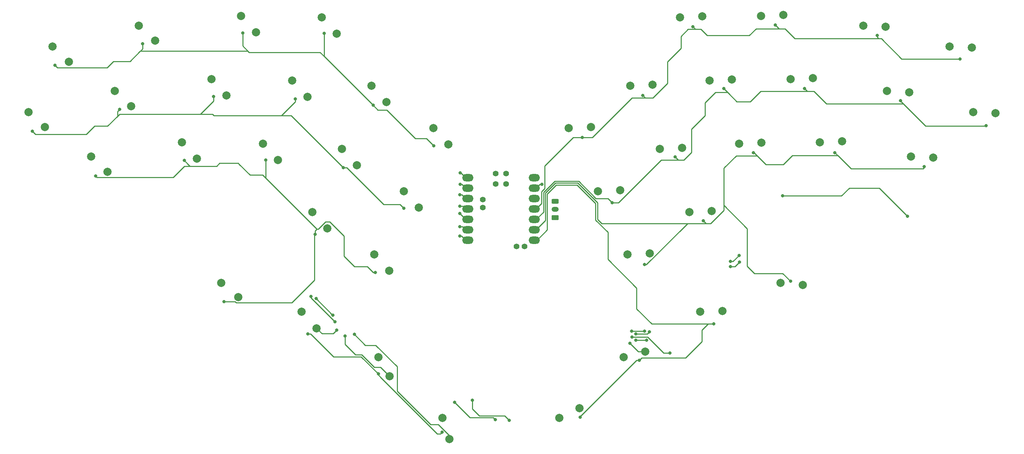
<source format=gtl>
%TF.GenerationSoftware,KiCad,Pcbnew,6.0.11-3.fc36*%
%TF.CreationDate,2023-03-08T22:01:10-05:00*%
%TF.ProjectId,moth,6d6f7468-2e6b-4696-9361-645f70636258,v1.0.0*%
%TF.SameCoordinates,Original*%
%TF.FileFunction,Copper,L1,Top*%
%TF.FilePolarity,Positive*%
%FSLAX46Y46*%
G04 Gerber Fmt 4.6, Leading zero omitted, Abs format (unit mm)*
G04 Created by KiCad (PCBNEW 6.0.11-3.fc36) date 2023-03-08 22:01:10*
%MOMM*%
%LPD*%
G01*
G04 APERTURE LIST*
G04 Aperture macros list*
%AMRoundRect*
0 Rectangle with rounded corners*
0 $1 Rounding radius*
0 $2 $3 $4 $5 $6 $7 $8 $9 X,Y pos of 4 corners*
0 Add a 4 corners polygon primitive as box body*
4,1,4,$2,$3,$4,$5,$6,$7,$8,$9,$2,$3,0*
0 Add four circle primitives for the rounded corners*
1,1,$1+$1,$2,$3*
1,1,$1+$1,$4,$5*
1,1,$1+$1,$6,$7*
1,1,$1+$1,$8,$9*
0 Add four rect primitives between the rounded corners*
20,1,$1+$1,$2,$3,$4,$5,0*
20,1,$1+$1,$4,$5,$6,$7,0*
20,1,$1+$1,$6,$7,$8,$9,0*
20,1,$1+$1,$8,$9,$2,$3,0*%
G04 Aperture macros list end*
%TA.AperFunction,ComponentPad*%
%ADD10RoundRect,0.250000X0.625000X-0.350000X0.625000X0.350000X-0.625000X0.350000X-0.625000X-0.350000X0*%
%TD*%
%TA.AperFunction,ComponentPad*%
%ADD11O,1.750000X1.200000*%
%TD*%
%TA.AperFunction,ComponentPad*%
%ADD12RoundRect,0.300000X0.575000X-0.300000X0.575000X0.300000X-0.575000X0.300000X-0.575000X-0.300000X0*%
%TD*%
%TA.AperFunction,ComponentPad*%
%ADD13C,2.000000*%
%TD*%
%TA.AperFunction,SMDPad,CuDef*%
%ADD14O,2.750000X1.800000*%
%TD*%
%TA.AperFunction,ComponentPad*%
%ADD15C,1.397000*%
%TD*%
%TA.AperFunction,ViaPad*%
%ADD16C,0.800000*%
%TD*%
%TA.AperFunction,Conductor*%
%ADD17C,0.254000*%
%TD*%
G04 APERTURE END LIST*
D10*
X216431000Y-147415000D03*
D11*
X216431000Y-145415000D03*
D12*
X216431000Y-143415000D03*
D13*
X246791521Y-98556577D03*
X252210559Y-98346732D03*
X171695837Y-115226784D03*
X175339877Y-119243122D03*
X302996424Y-132536174D03*
X308413130Y-132799427D03*
X154661783Y-170386684D03*
X158305823Y-174403022D03*
X94013553Y-105706574D03*
X97993774Y-109390029D03*
X318200790Y-121681348D03*
X323617496Y-121944601D03*
X152423969Y-113963810D03*
X156068009Y-117980148D03*
D14*
X195105040Y-137668000D03*
X195105040Y-140208000D03*
X195105040Y-142748000D03*
X195105040Y-145288000D03*
X195105040Y-147828000D03*
X195105040Y-150368000D03*
X195105040Y-152908000D03*
X211294960Y-152908000D03*
X211294960Y-150368000D03*
X211294960Y-147828000D03*
X211294960Y-145288000D03*
X211294960Y-142748000D03*
X211294960Y-140208000D03*
X211294960Y-137668000D03*
D15*
X201930000Y-136716000D03*
X204470000Y-136716000D03*
X201930000Y-139256000D03*
X204470000Y-139256000D03*
X198755000Y-144971000D03*
X198755000Y-143066000D03*
X207010000Y-154496000D03*
X208915000Y-154496000D03*
D13*
X297182081Y-116561399D03*
X302598787Y-116824652D03*
X188976269Y-196297900D03*
X190671674Y-201449172D03*
X253976032Y-113963810D03*
X259395070Y-113753965D03*
X219658478Y-125552836D03*
X225077516Y-125342991D03*
X172372502Y-156367301D03*
X176016542Y-160383639D03*
X233035968Y-181453404D03*
X238292957Y-180121464D03*
X179557012Y-140960068D03*
X183201052Y-144976406D03*
X109217919Y-116561399D03*
X113198140Y-120244854D03*
X135117211Y-163332542D03*
X139284754Y-166802640D03*
X234027499Y-156367301D03*
X239446537Y-156157456D03*
X291367739Y-100586625D03*
X296784445Y-100849878D03*
X251738218Y-170386684D03*
X257157256Y-170176839D03*
X159608479Y-98556577D03*
X163252519Y-102572915D03*
X132729483Y-113607143D03*
X136373523Y-117623481D03*
X280855028Y-129014375D03*
X286274066Y-128804530D03*
X164511327Y-130634016D03*
X168155367Y-134650354D03*
X234704164Y-115226784D03*
X240123202Y-115016939D03*
X139913993Y-98199911D03*
X143558033Y-102216249D03*
X186741522Y-125552836D03*
X190385562Y-129569174D03*
X145239459Y-129371042D03*
X148883499Y-133387380D03*
X312386448Y-105706574D03*
X317803154Y-105969827D03*
X173364033Y-181453404D03*
X176093399Y-186139614D03*
X125544972Y-129014375D03*
X129189012Y-133030713D03*
X273670518Y-113607143D03*
X279089556Y-113397298D03*
X266486008Y-98199911D03*
X271905046Y-97990066D03*
X157326816Y-146041249D03*
X160970856Y-150057587D03*
X271282790Y-163332542D03*
X276678294Y-163878923D03*
X241888674Y-130634016D03*
X247307712Y-130424171D03*
X115032262Y-100586625D03*
X119012483Y-104270080D03*
X249073184Y-146041249D03*
X254492222Y-145831404D03*
X226842989Y-140960068D03*
X232262027Y-140750223D03*
X103403577Y-132536174D03*
X107383798Y-136219629D03*
X217423732Y-196297900D03*
X222288918Y-193902076D03*
X88199210Y-121681348D03*
X92179431Y-125364803D03*
X261160542Y-129371042D03*
X266579580Y-129161197D03*
D16*
X213141500Y-139319000D03*
X110363000Y-121031000D03*
X164846000Y-135255000D03*
X153162000Y-118491000D03*
X133223000Y-117856000D03*
X89154000Y-126365000D03*
X179578000Y-145161000D03*
X193169188Y-146428812D03*
X115951000Y-105029000D03*
X186817000Y-129921000D03*
X172085000Y-120015000D03*
X140335000Y-102362000D03*
X160147000Y-102489000D03*
X193167000Y-144653000D03*
X94615000Y-110236000D03*
X172593000Y-160782000D03*
X157988000Y-151511000D03*
X126111000Y-133477000D03*
X135763000Y-167894000D03*
X104521000Y-137287000D03*
X145923000Y-133350000D03*
X193167000Y-149606000D03*
X222504000Y-196088000D03*
X188849000Y-199771000D03*
X255016000Y-173355000D03*
X173355000Y-185547000D03*
X156210000Y-175768000D03*
X236855000Y-182245000D03*
X245618000Y-132588000D03*
X300482000Y-118872000D03*
X230251000Y-143764000D03*
X257429000Y-115951000D03*
X321310000Y-124968000D03*
X277114000Y-115951000D03*
X237744000Y-117602000D03*
X314960000Y-108712000D03*
X270002000Y-100457000D03*
X294767000Y-102997000D03*
X249936000Y-100838000D03*
X223012000Y-127889000D03*
X273685000Y-162941000D03*
X252476000Y-148209000D03*
X284480000Y-131572000D03*
X306197000Y-135001000D03*
X264668000Y-131572000D03*
X238125000Y-158877000D03*
X302133000Y-147066000D03*
X193167000Y-151892000D03*
X235099633Y-176565500D03*
X244348000Y-180467000D03*
X271780000Y-142113000D03*
X163220627Y-174879000D03*
X236001500Y-175803500D03*
X239359500Y-175260000D03*
X165227000Y-176337385D03*
X261288608Y-158257478D03*
X259080000Y-159385000D03*
X238125000Y-175077000D03*
X167513000Y-175883385D03*
X259080000Y-158115000D03*
X235047669Y-175077000D03*
X261149500Y-156654500D03*
X236001500Y-177292000D03*
X238633000Y-177292000D03*
X156984766Y-166611234D03*
X193294000Y-136525000D03*
X162814000Y-172847000D03*
X234569000Y-178054000D03*
X162312627Y-171241913D03*
X193294000Y-139319000D03*
X158184214Y-167189786D03*
X193167000Y-141859000D03*
X205232000Y-196850000D03*
X196215000Y-191986500D03*
X201803000Y-196723000D03*
X191897000Y-192440500D03*
D17*
X213141500Y-139319000D02*
X212658960Y-139319000D01*
X212658960Y-139319000D02*
X211769960Y-140208000D01*
X223012000Y-127889000D02*
X220761786Y-127889000D01*
X213868000Y-140313843D02*
X213106000Y-141075843D01*
X220761786Y-127889000D02*
X213868000Y-134782786D01*
X213868000Y-134782786D02*
X213868000Y-140313843D01*
X213106000Y-141075843D02*
X213106000Y-143951960D01*
X213106000Y-143951960D02*
X211769960Y-145288000D01*
X230251000Y-143764000D02*
X229235000Y-142748000D01*
X229235000Y-142748000D02*
X226321052Y-142748000D01*
X226321052Y-142748000D02*
X222111052Y-138538000D01*
X213560000Y-146037960D02*
X211769960Y-147828000D01*
X222111052Y-138538000D02*
X216285895Y-138538000D01*
X213560000Y-141263896D02*
X213560000Y-146037960D01*
X216285895Y-138538000D02*
X213560000Y-141263896D01*
X211769960Y-150368000D02*
X214014000Y-148123960D01*
X214014000Y-148123960D02*
X214014000Y-141451948D01*
X214014000Y-141451948D02*
X216473948Y-138992000D01*
X221923001Y-138992000D02*
X226695000Y-143764000D01*
X216473948Y-138992000D02*
X221923001Y-138992000D01*
X226695000Y-143764000D02*
X226695000Y-147828000D01*
X226695000Y-147828000D02*
X227711000Y-148844000D01*
X227711000Y-148844000D02*
X248636655Y-148844000D01*
X211769960Y-152908000D02*
X211963000Y-152908000D01*
X239903000Y-173355000D02*
X253667586Y-173355000D01*
X211963000Y-152908000D02*
X214468000Y-150403000D01*
X214468000Y-141640000D02*
X216662000Y-139446000D01*
X221734948Y-139446000D02*
X226241000Y-143952052D01*
X236220000Y-164592000D02*
X236220000Y-169672000D01*
X214468000Y-150403000D02*
X214468000Y-141640000D01*
X229235000Y-151010052D02*
X229235000Y-157607000D01*
X229235000Y-157607000D02*
X236220000Y-164592000D01*
X216662000Y-139446000D02*
X221734948Y-139446000D01*
X226241000Y-148016052D02*
X229235000Y-151010052D01*
X226241000Y-143952052D02*
X226241000Y-148016052D01*
X236220000Y-169672000D02*
X239903000Y-173355000D01*
X110370762Y-122166238D02*
X130055762Y-122166238D01*
X133350000Y-122555000D02*
X149733000Y-122555000D01*
X102235000Y-127127000D02*
X104267000Y-125095000D01*
X193169188Y-146428812D02*
X193230852Y-146428812D01*
X89154000Y-126365000D02*
X89916000Y-127127000D01*
X130055762Y-122166238D02*
X132961238Y-122166238D01*
X149733000Y-122555000D02*
X153162000Y-119126000D01*
X178643283Y-144226283D02*
X179578000Y-145161000D01*
X130055762Y-122166238D02*
X132461000Y-119761000D01*
X153162000Y-119126000D02*
X153162000Y-118491000D01*
X174664122Y-144226283D02*
X178643283Y-144226283D01*
X110363000Y-121031000D02*
X109855000Y-121539000D01*
X132461000Y-119761000D02*
X133223000Y-118999000D01*
X132961238Y-122166238D02*
X133350000Y-122555000D01*
X109855000Y-122682000D02*
X110370762Y-122166238D01*
X89916000Y-127127000D02*
X102235000Y-127127000D01*
X152146000Y-122555000D02*
X164846000Y-135255000D01*
X193230852Y-146428812D02*
X194630040Y-147828000D01*
X149733000Y-122555000D02*
X152146000Y-122555000D01*
X109855000Y-121539000D02*
X109855000Y-122682000D01*
X104267000Y-125095000D02*
X107442000Y-125095000D01*
X164846000Y-135255000D02*
X165692839Y-135255000D01*
X107442000Y-125095000D02*
X109855000Y-122682000D01*
X165692839Y-135255000D02*
X174664122Y-144226283D01*
X133223000Y-118999000D02*
X133223000Y-117856000D01*
X160147000Y-108077000D02*
X172085000Y-120015000D01*
X160147000Y-108077000D02*
X159185672Y-107115672D01*
X115469079Y-106780921D02*
X118692550Y-106780921D01*
X107315000Y-110871000D02*
X108839000Y-109347000D01*
X159185672Y-107115672D02*
X141908484Y-107115672D01*
X141547654Y-106807000D02*
X141573733Y-106780921D01*
X115252500Y-106997500D02*
X115469079Y-106780921D01*
X182372000Y-128143000D02*
X185039000Y-128143000D01*
X141573733Y-106780921D02*
X140335000Y-105542188D01*
X175387000Y-121158000D02*
X182372000Y-128143000D01*
X185039000Y-128143000D02*
X186817000Y-129921000D01*
X160147000Y-103886000D02*
X160147000Y-108077000D01*
X94615000Y-110236000D02*
X95250000Y-110871000D01*
X140335000Y-105542188D02*
X140335000Y-102362000D01*
X108839000Y-109347000D02*
X112903000Y-109347000D01*
X193167000Y-144653000D02*
X193995040Y-144653000D01*
X118692550Y-106780921D02*
X118718629Y-106807000D01*
X115951000Y-106299000D02*
X115951000Y-105029000D01*
X160147000Y-103886000D02*
X160147000Y-102489000D01*
X118718629Y-106807000D02*
X141547654Y-106807000D01*
X173228000Y-121158000D02*
X175387000Y-121158000D01*
X193995040Y-144653000D02*
X194630040Y-145288000D01*
X141908484Y-107115672D02*
X141573733Y-106780921D01*
X172085000Y-120015000D02*
X173228000Y-121158000D01*
X112903000Y-109347000D02*
X115252500Y-106997500D01*
X115252500Y-106997500D02*
X115951000Y-106299000D01*
X95250000Y-110871000D02*
X107315000Y-110871000D01*
X157988000Y-151511000D02*
X157988000Y-150622000D01*
X104521000Y-137287000D02*
X104807470Y-137573470D01*
X157788000Y-151711000D02*
X157788000Y-162633000D01*
X172085000Y-160782000D02*
X172593000Y-160782000D01*
X139450773Y-134366000D02*
X142117773Y-137033000D01*
X157988000Y-150622000D02*
X158369000Y-150241000D01*
X193167000Y-149606000D02*
X193868040Y-149606000D01*
X158369000Y-150241000D02*
X146431000Y-138303000D01*
X158750000Y-150241000D02*
X160528000Y-148463000D01*
X126111000Y-134874000D02*
X127508000Y-134874000D01*
X145923000Y-137795000D02*
X146431000Y-138303000D01*
X138735092Y-168129640D02*
X138499452Y-167894000D01*
X134690865Y-134168135D02*
X139248135Y-134168135D01*
X152291360Y-168129640D02*
X138735092Y-168129640D01*
X142117773Y-137033000D02*
X145161000Y-137033000D01*
X123411530Y-137573470D02*
X126111000Y-134874000D01*
X145923000Y-133350000D02*
X145923000Y-137795000D01*
X126991713Y-134357713D02*
X127508000Y-134874000D01*
X133985000Y-134874000D02*
X134690865Y-134168135D01*
X193868040Y-149606000D02*
X194630040Y-150368000D01*
X139248135Y-134168135D02*
X139446000Y-134366000D01*
X160528000Y-148463000D02*
X161544000Y-148463000D01*
X126991713Y-134357713D02*
X126111000Y-133477000D01*
X170688000Y-159385000D02*
X172085000Y-160782000D01*
X139446000Y-134366000D02*
X139450773Y-134366000D01*
X157988000Y-151511000D02*
X157788000Y-151711000D01*
X145161000Y-137033000D02*
X146431000Y-138303000D01*
X157788000Y-162633000D02*
X152291360Y-168129640D01*
X164973000Y-156845000D02*
X167513000Y-159385000D01*
X127508000Y-134874000D02*
X133985000Y-134874000D01*
X138499452Y-167894000D02*
X135763000Y-167894000D01*
X161544000Y-148463000D02*
X164973000Y-151892000D01*
X164973000Y-151892000D02*
X164973000Y-156845000D01*
X167513000Y-159385000D02*
X170688000Y-159385000D01*
X104807470Y-137573470D02*
X123411530Y-137573470D01*
X158369000Y-150241000D02*
X158750000Y-150241000D01*
X252150665Y-174871921D02*
X253667586Y-173355000D01*
X236855000Y-182245000D02*
X237490000Y-181610000D01*
X248158000Y-181610000D02*
X252150665Y-177617335D01*
X156210000Y-175768000D02*
X156845000Y-175768000D01*
X173355000Y-185801000D02*
X173355000Y-185547000D01*
X222504000Y-195961000D02*
X222504000Y-196088000D01*
X236855000Y-182245000D02*
X236220000Y-182245000D01*
X169164000Y-181356000D02*
X173355000Y-185547000D01*
X237490000Y-181610000D02*
X248158000Y-181610000D01*
X252150665Y-177617335D02*
X252150665Y-174871921D01*
X188468000Y-200152000D02*
X188849000Y-199771000D01*
X187706000Y-200152000D02*
X188468000Y-200152000D01*
X162433000Y-181356000D02*
X169164000Y-181356000D01*
X236220000Y-182245000D02*
X222504000Y-195961000D01*
X173990000Y-186436000D02*
X187706000Y-200152000D01*
X156845000Y-175768000D02*
X162433000Y-181356000D01*
X253667586Y-173355000D02*
X255016000Y-173355000D01*
X173990000Y-186436000D02*
X173355000Y-185801000D01*
X252857000Y-122555000D02*
X252857000Y-119380000D01*
X249555000Y-125857000D02*
X252857000Y-122555000D01*
X277114000Y-115951000D02*
X277749000Y-116586000D01*
X320802000Y-125095000D02*
X321183000Y-125095000D01*
X260604000Y-119126000D02*
X263906000Y-119126000D01*
X255397000Y-116840000D02*
X258318000Y-116840000D01*
X258699000Y-117221000D02*
X260604000Y-119126000D01*
X249555000Y-131517115D02*
X249555000Y-125857000D01*
X258699000Y-117221000D02*
X257429000Y-115951000D01*
X301117000Y-119634000D02*
X300482000Y-118999000D01*
X231775000Y-143764000D02*
X242189000Y-133350000D01*
X258318000Y-116840000D02*
X258699000Y-117221000D01*
X300482000Y-118999000D02*
X300482000Y-118872000D01*
X277749000Y-116586000D02*
X279363801Y-116586000D01*
X279363801Y-116586000D02*
X282411801Y-119634000D01*
X263906000Y-119126000D02*
X266446000Y-116586000D01*
X321183000Y-125095000D02*
X321310000Y-124968000D01*
X242189000Y-133350000D02*
X246380000Y-133350000D01*
X252857000Y-119380000D02*
X255397000Y-116840000D01*
X246380000Y-133350000D02*
X247722115Y-133350000D01*
X246380000Y-133350000D02*
X245618000Y-132588000D01*
X230251000Y-143764000D02*
X231775000Y-143764000D01*
X282411801Y-119634000D02*
X301117000Y-119634000D01*
X266446000Y-116586000D02*
X279363801Y-116586000D01*
X306578000Y-125095000D02*
X320802000Y-125095000D01*
X301117000Y-119634000D02*
X306578000Y-125095000D01*
X247722115Y-133350000D02*
X249555000Y-131517115D01*
X235133420Y-118237000D02*
X238379000Y-118237000D01*
X225481420Y-127889000D02*
X235133420Y-118237000D01*
X247015000Y-106145095D02*
X247015000Y-103230782D01*
X223012000Y-127889000D02*
X225481420Y-127889000D01*
X238379000Y-118237000D02*
X237744000Y-117602000D01*
X253365000Y-102997000D02*
X263652000Y-102997000D01*
X295783000Y-103759000D02*
X300736000Y-108712000D01*
X243713000Y-109447095D02*
X247015000Y-106145095D01*
X271145000Y-101346000D02*
X272346523Y-101346000D01*
X247015000Y-103230782D02*
X248772782Y-101473000D01*
X270891000Y-101346000D02*
X270002000Y-100457000D01*
X248772782Y-101473000D02*
X250571000Y-101473000D01*
X251841000Y-101473000D02*
X253365000Y-102997000D01*
X271145000Y-101346000D02*
X270891000Y-101346000D01*
X250571000Y-101473000D02*
X249936000Y-100838000D01*
X250571000Y-101473000D02*
X251841000Y-101473000D01*
X274759523Y-103759000D02*
X295148000Y-103759000D01*
X238379000Y-118237000D02*
X240157000Y-118237000D01*
X243713000Y-114681000D02*
X243713000Y-109447095D01*
X263652000Y-102997000D02*
X265303000Y-101346000D01*
X240157000Y-118237000D02*
X243713000Y-114681000D01*
X294767000Y-103378000D02*
X294767000Y-102997000D01*
X272346523Y-101346000D02*
X274759523Y-103759000D01*
X295148000Y-103759000D02*
X294767000Y-103378000D01*
X295148000Y-103759000D02*
X295783000Y-103759000D01*
X265303000Y-101346000D02*
X271145000Y-101346000D01*
X300736000Y-108712000D02*
X314960000Y-108712000D01*
X260477000Y-132334000D02*
X265557000Y-132334000D01*
X253111000Y-148844000D02*
X252476000Y-148209000D01*
X257438296Y-135372704D02*
X257556000Y-135255000D01*
X285188590Y-132280590D02*
X284480000Y-131572000D01*
X263144000Y-150095408D02*
X257438296Y-144389704D01*
X247762327Y-149718327D02*
X248636655Y-148844000D01*
X270510000Y-134493000D02*
X271907000Y-134493000D01*
X257438296Y-144389704D02*
X257438296Y-135372704D01*
X257438296Y-145659704D02*
X257438296Y-144389704D01*
X253492000Y-148844000D02*
X253238000Y-148844000D01*
X265557000Y-132334000D02*
X264795000Y-131572000D01*
X254254000Y-148844000D02*
X257438296Y-145659704D01*
X274066000Y-132334000D02*
X274119410Y-132280590D01*
X274119410Y-132280590D02*
X285188590Y-132280590D01*
X253492000Y-148844000D02*
X254254000Y-148844000D01*
X267716000Y-134493000D02*
X270510000Y-134493000D01*
X271780000Y-161036000D02*
X264922000Y-161036000D01*
X257556000Y-135255000D02*
X260477000Y-132334000D01*
X271907000Y-134493000D02*
X274066000Y-132334000D01*
X306197000Y-135255000D02*
X306197000Y-135001000D01*
X253238000Y-148844000D02*
X253111000Y-148844000D01*
X238125000Y-158877000D02*
X238603655Y-158877000D01*
X288417000Y-135509000D02*
X305943000Y-135509000D01*
X273685000Y-162941000D02*
X271780000Y-161036000D01*
X238603655Y-158877000D02*
X247762327Y-149718327D01*
X252984000Y-148844000D02*
X253492000Y-148844000D01*
X264795000Y-131572000D02*
X264668000Y-131572000D01*
X286893000Y-133985000D02*
X288417000Y-135509000D01*
X263144000Y-159258000D02*
X263144000Y-150095408D01*
X265557000Y-132334000D02*
X267716000Y-134493000D01*
X305943000Y-135509000D02*
X306197000Y-135255000D01*
X285188590Y-132280590D02*
X286893000Y-133985000D01*
X248636655Y-148844000D02*
X252984000Y-148844000D01*
X264922000Y-161036000D02*
X263144000Y-159258000D01*
X235099633Y-176565500D02*
X235135133Y-176530000D01*
X239360000Y-176990866D02*
X239360000Y-177003000D01*
X242824000Y-180467000D02*
X244348000Y-180467000D01*
X193167000Y-151892000D02*
X193614040Y-151892000D01*
X235135133Y-176530000D02*
X238899134Y-176530000D01*
X295275000Y-140208000D02*
X288002869Y-140208000D01*
X193614040Y-151892000D02*
X194630040Y-152908000D01*
X238899134Y-176530000D02*
X239360000Y-176990866D01*
X163220627Y-174879000D02*
X162366627Y-175733000D01*
X302133000Y-147066000D02*
X295275000Y-140208000D01*
X239360000Y-177003000D02*
X242824000Y-180467000D01*
X288002869Y-140208000D02*
X286097869Y-142113000D01*
X162366627Y-175733000D02*
X159635801Y-175733000D01*
X286097869Y-142113000D02*
X271780000Y-142113000D01*
X159635801Y-175733000D02*
X158305823Y-174403022D01*
X173849785Y-183896000D02*
X176093399Y-186139614D01*
X169352052Y-180902000D02*
X172346052Y-183896000D01*
X238816000Y-175803500D02*
X236001500Y-175803500D01*
X239359500Y-175260000D02*
X238816000Y-175803500D01*
X172346052Y-183896000D02*
X173849785Y-183896000D01*
X260161086Y-159385000D02*
X261288608Y-158257478D01*
X167821000Y-180902000D02*
X169352052Y-180902000D01*
X165227000Y-178308000D02*
X167821000Y-180902000D01*
X165227000Y-176337385D02*
X165227000Y-178308000D01*
X259080000Y-159385000D02*
X260161086Y-159385000D01*
X238125000Y-175077000D02*
X235047669Y-175077000D01*
X177927000Y-189730948D02*
X186062052Y-197866000D01*
X261149500Y-156654500D02*
X259689000Y-158115000D01*
X187972134Y-197866000D02*
X190671674Y-200565540D01*
X190671674Y-200565540D02*
X190671674Y-201449172D01*
X259689000Y-158115000D02*
X259080000Y-158115000D01*
X172720000Y-178562000D02*
X177927000Y-183769000D01*
X186062052Y-197866000D02*
X187972134Y-197866000D01*
X170191615Y-178562000D02*
X172720000Y-178562000D01*
X167513000Y-175883385D02*
X170191615Y-178562000D01*
X177927000Y-183769000D02*
X177927000Y-189730948D01*
X193487040Y-136525000D02*
X194630040Y-137668000D01*
X156984766Y-167017766D02*
X156984766Y-166611234D01*
X193294000Y-136525000D02*
X193487040Y-136525000D01*
X162814000Y-172847000D02*
X156984766Y-167017766D01*
X236001500Y-177292000D02*
X238633000Y-177292000D01*
X193741040Y-139319000D02*
X194630040Y-140208000D01*
X193294000Y-139319000D02*
X193741040Y-139319000D01*
X162312627Y-171241913D02*
X162236341Y-171241913D01*
X238292957Y-180121464D02*
X236636464Y-180121464D01*
X236636464Y-180121464D02*
X234569000Y-178054000D01*
X162236341Y-171241913D02*
X158184214Y-167189786D01*
X193167000Y-141859000D02*
X193741040Y-141859000D01*
X193741040Y-141859000D02*
X194630040Y-142748000D01*
X197920000Y-195761000D02*
X204143000Y-195761000D01*
X196215000Y-191986500D02*
X196215000Y-194056000D01*
X204143000Y-195761000D02*
X205232000Y-196850000D01*
X196215000Y-194056000D02*
X197920000Y-195761000D01*
X201295000Y-196215000D02*
X201803000Y-196723000D01*
X195671500Y-196215000D02*
X201295000Y-196215000D01*
X191897000Y-192440500D02*
X195671500Y-196215000D01*
M02*

</source>
